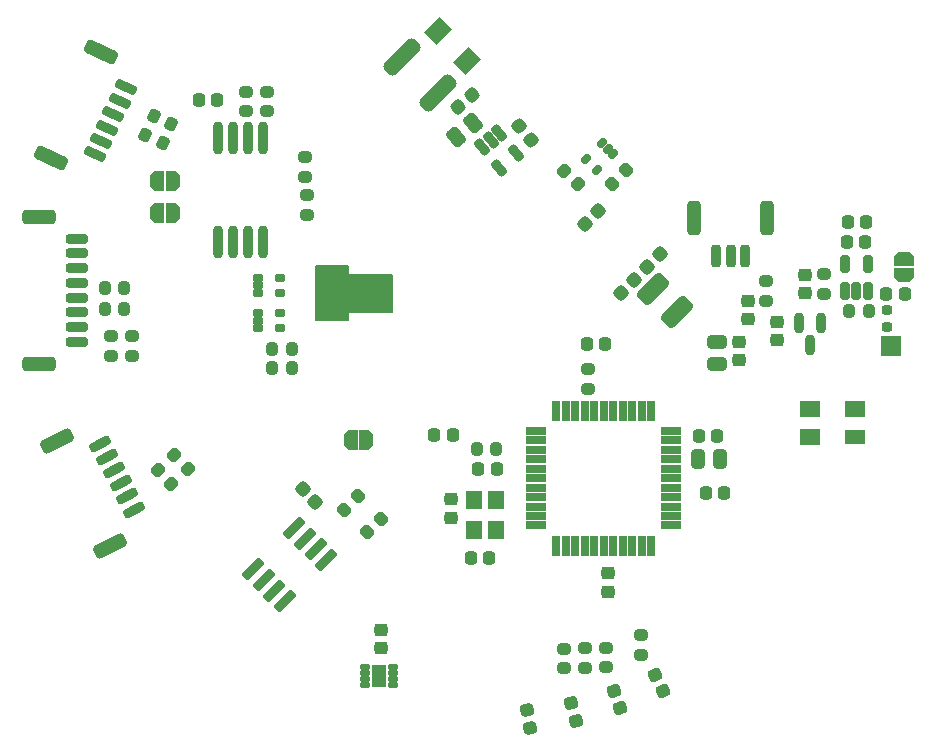
<source format=gbr>
%TF.GenerationSoftware,KiCad,Pcbnew,7.0.5.1-1-g8f565ef7f0-dirty-deb11*%
%TF.CreationDate,2023-07-04T07:58:52+00:00*%
%TF.ProjectId,USTTHUNDERMILLPCB01,55535454-4855-44e4-9445-524d494c4c50,rev?*%
%TF.SameCoordinates,Original*%
%TF.FileFunction,Soldermask,Top*%
%TF.FilePolarity,Negative*%
%FSLAX46Y46*%
G04 Gerber Fmt 4.6, Leading zero omitted, Abs format (unit mm)*
G04 Created by KiCad (PCBNEW 7.0.5.1-1-g8f565ef7f0-dirty-deb11) date 2023-07-04 07:58:52*
%MOMM*%
%LPD*%
G01*
G04 APERTURE LIST*
G04 Aperture macros list*
%AMRoundRect*
0 Rectangle with rounded corners*
0 $1 Rounding radius*
0 $2 $3 $4 $5 $6 $7 $8 $9 X,Y pos of 4 corners*
0 Add a 4 corners polygon primitive as box body*
4,1,4,$2,$3,$4,$5,$6,$7,$8,$9,$2,$3,0*
0 Add four circle primitives for the rounded corners*
1,1,$1+$1,$2,$3*
1,1,$1+$1,$4,$5*
1,1,$1+$1,$6,$7*
1,1,$1+$1,$8,$9*
0 Add four rect primitives between the rounded corners*
20,1,$1+$1,$2,$3,$4,$5,0*
20,1,$1+$1,$4,$5,$6,$7,0*
20,1,$1+$1,$6,$7,$8,$9,0*
20,1,$1+$1,$8,$9,$2,$3,0*%
%AMFreePoly0*
4,1,38,0.558779,0.830902,0.595106,0.780902,0.600000,0.750000,0.600000,-0.750000,0.580902,-0.808779,0.530902,-0.845106,0.500000,-0.850000,0.000000,-0.850000,-0.015663,-0.844911,-0.071157,-0.844911,-0.099330,-0.840860,-0.235881,-0.800765,-0.261772,-0.788941,-0.381494,-0.712000,-0.403005,-0.693361,-0.496202,-0.585806,-0.511590,-0.561861,-0.570709,-0.432407,-0.578728,-0.405098,-0.598982,-0.264232,
-0.600000,-0.250000,-0.600000,0.250000,-0.598982,0.264232,-0.578728,0.405098,-0.570709,0.432407,-0.511590,0.561861,-0.496202,0.585806,-0.403005,0.693361,-0.381494,0.712000,-0.261772,0.788941,-0.235881,0.800765,-0.099330,0.840860,-0.071157,0.844911,-0.031170,0.844911,-0.030902,0.845106,0.000000,0.850000,0.500000,0.850000,0.558779,0.830902,0.558779,0.830902,$1*%
%AMFreePoly1*
4,1,38,0.015663,0.844911,0.071157,0.844911,0.099330,0.840860,0.235881,0.800765,0.261772,0.788941,0.381494,0.712000,0.403005,0.693361,0.496202,0.585806,0.511590,0.561861,0.570709,0.432407,0.578728,0.405098,0.598982,0.264232,0.600000,0.250000,0.600000,-0.250000,0.598982,-0.264232,0.578728,-0.405098,0.570709,-0.432407,0.511590,-0.561861,0.496202,-0.585806,0.403005,-0.693361,
0.381494,-0.712000,0.261772,-0.788941,0.235881,-0.800765,0.099330,-0.840860,0.071157,-0.844911,0.031170,-0.844911,0.030902,-0.845106,0.000000,-0.850000,-0.500000,-0.850000,-0.558779,-0.830902,-0.595106,-0.780902,-0.600000,-0.750000,-0.600000,0.750000,-0.580902,0.808779,-0.530902,0.845106,-0.500000,0.850000,0.000000,0.850000,0.015663,0.844911,0.015663,0.844911,$1*%
G04 Aperture macros list end*
%ADD10C,0.150000*%
%ADD11O,0.900000X2.800000*%
%ADD12RoundRect,0.300000X0.275000X-0.200000X0.275000X0.200000X-0.275000X0.200000X-0.275000X-0.200000X0*%
%ADD13RoundRect,0.300000X-0.275000X0.200000X-0.275000X-0.200000X0.275000X-0.200000X0.275000X0.200000X0*%
%ADD14RoundRect,0.300000X0.335876X0.053033X0.053033X0.335876X-0.335876X-0.053033X-0.053033X-0.335876X0*%
%ADD15RoundRect,0.100000X0.762000X0.762000X-0.762000X0.762000X-0.762000X-0.762000X0.762000X-0.762000X0*%
%ADD16RoundRect,0.325000X0.017678X-0.335876X0.335876X-0.017678X-0.017678X0.335876X-0.335876X0.017678X0*%
%ADD17RoundRect,0.350000X-0.113813X0.524568X-0.496835X0.203174X0.113813X-0.524568X0.496835X-0.203174X0*%
%ADD18RoundRect,0.318750X0.304135X-0.144974X0.190902X0.277619X-0.304135X0.144974X-0.190902X-0.277619X0*%
%ADD19RoundRect,0.318750X0.324689X-0.089959X0.139794X0.306551X-0.324689X0.089959X-0.139794X-0.306551X0*%
%ADD20RoundRect,0.300000X-0.200000X-0.275000X0.200000X-0.275000X0.200000X0.275000X-0.200000X0.275000X0*%
%ADD21RoundRect,0.318750X0.290343X-0.170929X0.214371X0.259924X-0.290343X0.170929X-0.214371X-0.259924X0*%
%ADD22RoundRect,0.300000X0.200000X0.275000X-0.200000X0.275000X-0.200000X-0.275000X0.200000X-0.275000X0*%
%ADD23RoundRect,0.300000X0.297482X0.164711X-0.065042X0.333758X-0.297482X-0.164711X0.065042X-0.333758X0*%
%ADD24RoundRect,0.325000X-0.250000X0.225000X-0.250000X-0.225000X0.250000X-0.225000X0.250000X0.225000X0*%
%ADD25RoundRect,0.350000X-0.475000X0.250000X-0.475000X-0.250000X0.475000X-0.250000X0.475000X0.250000X0*%
%ADD26RoundRect,0.350000X-0.250000X-0.475000X0.250000X-0.475000X0.250000X0.475000X-0.250000X0.475000X0*%
%ADD27RoundRect,0.250000X-0.477297X-0.689429X0.689429X0.477297X0.477297X0.689429X-0.689429X-0.477297X0*%
%ADD28RoundRect,0.250000X-0.571023X0.431779X-0.697808X0.159887X0.571023X-0.431779X0.697808X-0.159887X0*%
%ADD29RoundRect,0.350000X-0.891284X0.691457X-1.102593X0.238303X0.891284X-0.691457X1.102593X-0.238303X0*%
%ADD30RoundRect,0.325000X0.225000X0.250000X-0.225000X0.250000X-0.225000X-0.250000X0.225000X-0.250000X0*%
%ADD31FreePoly0,180.000000*%
%ADD32FreePoly1,180.000000*%
%ADD33RoundRect,0.100000X-0.325000X-0.200000X0.325000X-0.200000X0.325000X0.200000X-0.325000X0.200000X0*%
%ADD34RoundRect,0.100000X1.060660X0.141421X0.141421X1.060660X-1.060660X-0.141421X-0.141421X-1.060660X0*%
%ADD35RoundRect,0.350000X-1.025305X-0.494975X-0.494975X-1.025305X1.025305X0.494975X0.494975X1.025305X0*%
%ADD36RoundRect,0.325000X0.336138X-0.011663X0.046884X0.333057X-0.336138X0.011663X-0.046884X-0.333057X0*%
%ADD37RoundRect,0.250000X-0.444335X0.296180X0.214522X-0.489016X0.444335X-0.296180X-0.214522X0.489016X0*%
%ADD38RoundRect,0.250000X-0.150000X0.587500X-0.150000X-0.587500X0.150000X-0.587500X0.150000X0.587500X0*%
%ADD39RoundRect,0.325000X-0.225000X-0.250000X0.225000X-0.250000X0.225000X0.250000X-0.225000X0.250000X0*%
%ADD40RoundRect,0.100000X-0.775000X-0.575000X0.775000X-0.575000X0.775000X0.575000X-0.775000X0.575000X0*%
%ADD41RoundRect,0.100000X-0.775000X-0.525000X0.775000X-0.525000X0.775000X0.525000X-0.775000X0.525000X0*%
%ADD42RoundRect,0.100000X-0.750000X-0.275000X0.750000X-0.275000X0.750000X0.275000X-0.750000X0.275000X0*%
%ADD43RoundRect,0.100000X0.275000X-0.750000X0.275000X0.750000X-0.275000X0.750000X-0.275000X-0.750000X0*%
%ADD44RoundRect,0.250000X0.200000X-0.150000X0.200000X0.150000X-0.200000X0.150000X-0.200000X-0.150000X0*%
%ADD45RoundRect,0.300000X-0.053033X0.335876X-0.335876X0.053033X0.053033X-0.335876X0.335876X-0.053033X0*%
%ADD46RoundRect,0.325000X0.250000X-0.225000X0.250000X0.225000X-0.250000X0.225000X-0.250000X-0.225000X0*%
%ADD47RoundRect,0.250000X-0.691803X-0.184142X-0.555606X-0.451444X0.691803X0.184142X0.555606X0.451444X0*%
%ADD48RoundRect,0.350000X-1.093605X-0.276638X-0.866610X-0.722141X1.093605X0.276638X0.866610X0.722141X0*%
%ADD49RoundRect,0.250000X0.150000X-0.512500X0.150000X0.512500X-0.150000X0.512500X-0.150000X-0.512500X0*%
%ADD50RoundRect,0.300000X0.053033X-0.335876X0.335876X-0.053033X-0.053033X0.335876X-0.335876X0.053033X0*%
%ADD51RoundRect,0.100000X-0.600000X0.700000X-0.600000X-0.700000X0.600000X-0.700000X0.600000X0.700000X0*%
%ADD52RoundRect,0.250000X0.150000X0.700000X-0.150000X0.700000X-0.150000X-0.700000X0.150000X-0.700000X0*%
%ADD53RoundRect,0.350000X0.250000X1.100000X-0.250000X1.100000X-0.250000X-1.100000X0.250000X-1.100000X0*%
%ADD54FreePoly0,270.000000*%
%ADD55FreePoly1,270.000000*%
%ADD56RoundRect,0.325000X0.335876X0.017678X0.017678X0.335876X-0.335876X-0.017678X-0.017678X-0.335876X0*%
%ADD57RoundRect,0.350000X-1.246276X-0.804334X-0.804334X-1.246276X1.246276X0.804334X0.804334X1.246276X0*%
%ADD58RoundRect,0.100000X0.088388X0.371231X-0.371231X-0.088388X-0.088388X-0.371231X0.371231X0.088388X0*%
%ADD59RoundRect,0.325000X-0.011663X-0.336138X0.333057X-0.046884X0.011663X0.336138X-0.333057X0.046884X0*%
%ADD60RoundRect,0.100000X0.300000X0.150000X-0.300000X0.150000X-0.300000X-0.150000X0.300000X-0.150000X0*%
%ADD61RoundRect,0.100000X0.500000X0.850000X-0.500000X0.850000X-0.500000X-0.850000X0.500000X-0.850000X0*%
%ADD62RoundRect,0.325000X-0.017678X0.335876X-0.335876X0.017678X0.017678X-0.335876X0.335876X-0.017678X0*%
%ADD63RoundRect,0.250000X-0.700000X0.150000X-0.700000X-0.150000X0.700000X-0.150000X0.700000X0.150000X0*%
%ADD64RoundRect,0.350000X-1.100000X0.250000X-1.100000X-0.250000X1.100000X-0.250000X1.100000X0.250000X0*%
%ADD65RoundRect,0.318750X0.315613X-0.117915X0.165979X0.293200X-0.315613X0.117915X-0.165979X-0.293200X0*%
G04 APERTURE END LIST*
D10*
X-12593200Y1544000D02*
X-7493200Y1544000D01*
X-7493200Y-1556000D01*
X-12593200Y-1556000D01*
X-12593200Y1544000D01*
G36*
X-12593200Y1544000D02*
G01*
X-7493200Y1544000D01*
X-7493200Y-1556000D01*
X-12593200Y-1556000D01*
X-12593200Y1544000D01*
G37*
X-13893200Y2294000D02*
X-11193200Y2294000D01*
X-11193200Y-2256000D01*
X-13893200Y-2256000D01*
X-13893200Y2294000D01*
G36*
X-13893200Y2294000D02*
G01*
X-11193200Y2294000D01*
X-11193200Y-2256000D01*
X-13893200Y-2256000D01*
X-13893200Y2294000D01*
G37*
X-12593200Y1544000D02*
X-7493200Y1544000D01*
X-7493200Y-1556000D01*
X-12593200Y-1556000D01*
X-12593200Y1544000D01*
G36*
X-12593200Y1544000D02*
G01*
X-7493200Y1544000D01*
X-7493200Y-1556000D01*
X-12593200Y-1556000D01*
X-12593200Y1544000D01*
G37*
X-13893200Y2294000D02*
X-11193200Y2294000D01*
X-11193200Y-2256000D01*
X-13893200Y-2256000D01*
X-13893200Y2294000D01*
G36*
X-13893200Y2294000D02*
G01*
X-11193200Y2294000D01*
X-11193200Y-2256000D01*
X-13893200Y-2256000D01*
X-13893200Y2294000D01*
G37*
D11*
%TO.C,U4*%
X-22170000Y4400000D03*
X-20900000Y4400000D03*
X-19630000Y4400000D03*
X-18355000Y4400000D03*
X-18360000Y13200000D03*
X-19630000Y13200000D03*
X-20965000Y13200000D03*
X-22170000Y13200000D03*
%TD*%
D12*
%TO.C,R5*%
X8884000Y-31695400D03*
X8884000Y-30045400D03*
%TD*%
D13*
%TO.C,R26*%
X9150000Y-6400000D03*
X9150000Y-8050000D03*
%TD*%
D14*
%TO.C,R16*%
X-24771000Y-14815000D03*
X-25937726Y-13648274D03*
%TD*%
D15*
%TO.C,J3*%
X34800000Y-4400000D03*
%TD*%
D16*
%TO.C,C14*%
X14101992Y2251992D03*
X15198008Y3348008D03*
%TD*%
D17*
%TO.C,C6*%
X-638094Y14482552D03*
X-2093578Y13261256D03*
%TD*%
D18*
%TO.C,D3*%
X8071820Y-36149667D03*
X7664180Y-34628333D03*
%TD*%
D12*
%TO.C,R21*%
X13583000Y-30562000D03*
X13583000Y-28912000D03*
%TD*%
%TO.C,R9*%
X-14800000Y9900000D03*
X-14800000Y11550000D03*
%TD*%
D19*
%TO.C,D6*%
X15439812Y-33689717D03*
X14774188Y-32262283D03*
%TD*%
D13*
%TO.C,R3*%
X29100000Y1625000D03*
X29100000Y-25000D03*
%TD*%
D20*
%TO.C,R1*%
X31250000Y-1500000D03*
X32900000Y-1500000D03*
%TD*%
D21*
%TO.C,D4*%
X4194748Y-36799536D03*
X3921252Y-35248464D03*
%TD*%
D22*
%TO.C,R8*%
X-15975000Y-6300000D03*
X-17625000Y-6300000D03*
%TD*%
D23*
%TO.C,R24*%
X-26154592Y14352680D03*
X-27650000Y15050000D03*
%TD*%
D24*
%TO.C,C10*%
X21900000Y-4100000D03*
X21900000Y-5650000D03*
%TD*%
D25*
%TO.C,C9*%
X20000000Y-4100000D03*
X20000000Y-6000000D03*
%TD*%
D26*
%TO.C,C21*%
X18400000Y-14000000D03*
X20300000Y-14000000D03*
%TD*%
D27*
%TO.C,U9*%
X-19232128Y-23346051D03*
X-18334102Y-24244076D03*
X-17436076Y-25142102D03*
X-16538051Y-26040128D03*
X-13037872Y-22539949D03*
X-13935898Y-21641924D03*
X-14833924Y-20743898D03*
X-15731949Y-19845872D03*
%TD*%
D14*
%TO.C,R27*%
X8250000Y9250000D03*
X7083274Y10416726D03*
%TD*%
D13*
%TO.C,R7*%
X-18100000Y17100000D03*
X-18100000Y15450000D03*
%TD*%
D28*
%TO.C,J1*%
X-30002649Y17450368D03*
X-30530921Y16317483D03*
X-31059194Y15184599D03*
X-31587467Y14051714D03*
X-32115740Y12918829D03*
X-32644013Y11785944D03*
D29*
X-32120990Y20479416D03*
X-36326041Y11461653D03*
%TD*%
D30*
%TO.C,C19*%
X10550000Y-4300000D03*
X9000000Y-4300000D03*
%TD*%
D31*
%TO.C,JP3*%
X-26050000Y6800000D03*
D32*
X-27350000Y6800000D03*
%TD*%
D33*
%TO.C,U10*%
X-18850000Y-1650000D03*
X-18850000Y-2300000D03*
X-18850000Y-2950000D03*
X-16950000Y-2950000D03*
X-16950000Y-1650000D03*
%TD*%
D30*
%TO.C,C17*%
X725000Y-22420000D03*
X-825000Y-22420000D03*
%TD*%
D34*
%TO.C,D2*%
X-1125126Y19725126D03*
X-3600000Y22200000D03*
%TD*%
D24*
%TO.C,C15*%
X-2500000Y-17425000D03*
X-2500000Y-18975000D03*
%TD*%
D35*
%TO.C,L1*%
X14660051Y389949D03*
X16639949Y-1589949D03*
%TD*%
D31*
%TO.C,JP2*%
X-26050000Y9500000D03*
D32*
X-27350000Y9500000D03*
%TD*%
D36*
%TO.C,C8*%
X4298160Y13006316D03*
X3301840Y14193684D03*
%TD*%
D22*
%TO.C,R19*%
X-30125000Y500000D03*
X-31775000Y500000D03*
%TD*%
D37*
%TO.C,U3*%
X1596571Y13632024D03*
X868829Y13021376D03*
X141087Y12410727D03*
X1603429Y10667976D03*
X3058913Y11889273D03*
%TD*%
D38*
%TO.C,U1*%
X28850000Y-2462500D03*
X26950000Y-2462500D03*
X27900000Y-4337500D03*
%TD*%
D22*
%TO.C,R10*%
X-15975000Y-4700000D03*
X-17625000Y-4700000D03*
%TD*%
D39*
%TO.C,C26*%
X31025000Y4400000D03*
X32575000Y4400000D03*
%TD*%
D24*
%TO.C,C18*%
X10789000Y-23692000D03*
X10789000Y-25242000D03*
%TD*%
D31*
%TO.C,JP1*%
X-9650000Y-12400000D03*
D32*
X-10950000Y-12400000D03*
%TD*%
D40*
%TO.C,SW1*%
X27900000Y-9750000D03*
X31700000Y-9750000D03*
X27900000Y-12150000D03*
D41*
X31700000Y-12150000D03*
%TD*%
D33*
%TO.C,U11*%
X-18850000Y1350000D03*
X-18850000Y700000D03*
X-18850000Y50000D03*
X-16950000Y50000D03*
X-16950000Y1350000D03*
%TD*%
D42*
%TO.C,U8*%
X4750800Y-11630000D03*
X4750800Y-12430000D03*
X4750800Y-13230000D03*
X4750800Y-14030000D03*
X4750800Y-14830000D03*
X4750800Y-15630000D03*
X4750800Y-16430000D03*
X4750800Y-17230000D03*
X4750800Y-18030000D03*
X4750800Y-18830000D03*
X4750800Y-19630000D03*
D43*
X6450800Y-21330000D03*
X7250800Y-21330000D03*
X8050800Y-21330000D03*
X8850800Y-21330000D03*
X9650800Y-21330000D03*
X10450800Y-21330000D03*
X11250800Y-21330000D03*
X12050800Y-21330000D03*
X12850800Y-21330000D03*
X13650800Y-21330000D03*
X14450800Y-21330000D03*
D42*
X16150800Y-19630000D03*
X16150800Y-18830000D03*
X16150800Y-18030000D03*
X16150800Y-17230000D03*
X16150800Y-16430000D03*
X16150800Y-15630000D03*
X16150800Y-14830000D03*
X16150800Y-14030000D03*
X16150800Y-13230000D03*
X16150800Y-12430000D03*
X16150800Y-11630000D03*
D43*
X14450800Y-9930000D03*
X13650800Y-9930000D03*
X12850800Y-9930000D03*
X12050800Y-9930000D03*
X11250800Y-9930000D03*
X10450800Y-9930000D03*
X9650800Y-9930000D03*
X8850800Y-9930000D03*
X8050800Y-9930000D03*
X7250800Y-9930000D03*
X6450800Y-9930000D03*
%TD*%
D44*
%TO.C,D1*%
X34400000Y-1400000D03*
X34400000Y-2800000D03*
%TD*%
D24*
%TO.C,C4*%
X27500000Y1575000D03*
X27500000Y25000D03*
%TD*%
D45*
%TO.C,R13*%
X-10344637Y-17152637D03*
X-11511363Y-18319363D03*
%TD*%
D13*
%TO.C,R6*%
X-19878000Y17100000D03*
X-19878000Y15450000D03*
%TD*%
D39*
%TO.C,C16*%
X19125000Y-16875000D03*
X20675000Y-16875000D03*
%TD*%
D46*
%TO.C,C3*%
X22700000Y-2150000D03*
X22700000Y-600000D03*
%TD*%
D47*
%TO.C,J6*%
X-32161358Y-12714722D03*
X-31593870Y-13828480D03*
X-31026382Y-14942238D03*
X-30458894Y-16055997D03*
X-29891406Y-17169755D03*
X-29323918Y-18283513D03*
D48*
X-35852462Y-12519130D03*
X-31335256Y-21384645D03*
%TD*%
D45*
%TO.C,R12*%
X-8439637Y-19057637D03*
X-9606363Y-20224363D03*
%TD*%
D39*
%TO.C,C23*%
X18500000Y-12100000D03*
X20050000Y-12100000D03*
%TD*%
D49*
%TO.C,U2*%
X30900000Y225000D03*
X31850000Y225000D03*
X32800000Y225000D03*
X32800000Y2500000D03*
X30900000Y2500000D03*
%TD*%
D50*
%TO.C,R28*%
X11166637Y9316637D03*
X12333363Y10483363D03*
%TD*%
D51*
%TO.C,Y1*%
X-558400Y-17441400D03*
X-558400Y-20041400D03*
X1341600Y-20041400D03*
X1341600Y-17441400D03*
%TD*%
D30*
%TO.C,C22*%
X-22250000Y16400000D03*
X-23800000Y16400000D03*
%TD*%
D52*
%TO.C,J2*%
X22450000Y3200000D03*
X21200000Y3200000D03*
X19950000Y3200000D03*
D53*
X24300000Y6400000D03*
X18100000Y6400000D03*
%TD*%
D12*
%TO.C,R2*%
X24200000Y-600000D03*
X24200000Y1050000D03*
%TD*%
D24*
%TO.C,C1*%
X25100000Y-2400000D03*
X25100000Y-3950000D03*
%TD*%
D12*
%TO.C,R22*%
X-29450000Y-5275000D03*
X-29450000Y-3625000D03*
%TD*%
%TO.C,R23*%
X-31300000Y-5275000D03*
X-31300000Y-3625000D03*
%TD*%
D13*
%TO.C,R11*%
X-14700000Y8325000D03*
X-14700000Y6675000D03*
%TD*%
D12*
%TO.C,R18*%
X10662000Y-31642000D03*
X10662000Y-29992000D03*
%TD*%
D30*
%TO.C,C5*%
X32675000Y6100000D03*
X31125000Y6100000D03*
%TD*%
%TO.C,C20*%
X1375000Y-14870000D03*
X-175000Y-14870000D03*
%TD*%
D39*
%TO.C,C25*%
X-3900000Y-12000000D03*
X-2350000Y-12000000D03*
%TD*%
D23*
%TO.C,R25*%
X-26900000Y12750000D03*
X-28395408Y13447320D03*
%TD*%
D46*
%TO.C,C11*%
X-8400000Y-30000000D03*
X-8400000Y-28450000D03*
%TD*%
D30*
%TO.C,C2*%
X35925000Y0D03*
X34375000Y0D03*
%TD*%
D16*
%TO.C,C13*%
X8850000Y5900000D03*
X9946016Y6996016D03*
%TD*%
D14*
%TO.C,R17*%
X-26144274Y-16108726D03*
X-27311000Y-14942000D03*
%TD*%
D22*
%TO.C,R20*%
X-30125000Y-1300000D03*
X-31775000Y-1300000D03*
%TD*%
D54*
%TO.C,JP5*%
X35900000Y2900000D03*
D55*
X35900000Y1600000D03*
%TD*%
D22*
%TO.C,R14*%
X1365000Y-13170000D03*
X-285000Y-13170000D03*
%TD*%
D56*
%TO.C,C24*%
X-13951992Y-17648008D03*
X-15048008Y-16551992D03*
%TD*%
D57*
%TO.C,F1*%
X-6611441Y20011441D03*
X-3588559Y16988559D03*
%TD*%
D12*
%TO.C,R15*%
X7106000Y-31705000D03*
X7106000Y-30055000D03*
%TD*%
D58*
%TO.C,U12*%
X11231371Y11812132D03*
X10771751Y12271751D03*
X10312132Y12731371D03*
X8968629Y11387868D03*
X9887868Y10468629D03*
%TD*%
D59*
%TO.C,C7*%
X-1867856Y15816114D03*
X-680488Y16812434D03*
%TD*%
D60*
%TO.C,U7*%
X-7400000Y-33150000D03*
X-7400000Y-32650000D03*
X-7400000Y-32150000D03*
X-7400000Y-31650000D03*
X-9800000Y-31650000D03*
X-9800000Y-32150000D03*
X-9800000Y-32650000D03*
X-9800000Y-33150000D03*
D61*
X-8600000Y-32400000D03*
%TD*%
D62*
%TO.C,C12*%
X12998008Y1148008D03*
X11901992Y51992D03*
%TD*%
D63*
%TO.C,J5*%
X-34131516Y4651871D03*
X-34131516Y3401871D03*
X-34131516Y2151871D03*
X-34131516Y901871D03*
X-34131516Y-348129D03*
X-34131516Y-1598129D03*
X-34131516Y-2848129D03*
X-34131516Y-4098129D03*
D64*
X-37331516Y6501871D03*
X-37331516Y-5948129D03*
%TD*%
D65*
%TO.C,D5*%
X11820341Y-35113008D03*
X11281659Y-33632992D03*
%TD*%
M02*

</source>
